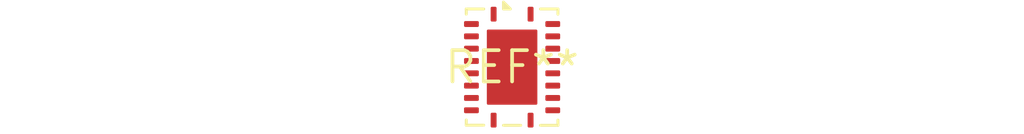
<source format=kicad_pcb>
(kicad_pcb (version 20240108) (generator pcbnew)
  (layers (0 "F.Cu" signal) (31 "B.Cu" signal) (34 "B.Paste" user) (35 "F.Paste" user) (36 "B.SilkS" user "B.Silkscreen") (37 "F.SilkS" user "F.Silkscreen") (38 "B.Mask" user) (39 "F.Mask" user) (44 "Edge.Cuts" user))
  (net 0 "")
  (footprint "Texas_RGY_R-PVQFN-N20_EP2.05x3.05mm" (layer "F.Cu") (at 0 0)
    (property "Reference" "REF**")
    (property "Value" "Texas_RGY_R-PVQFN-N20_EP2.05x3.05mm")
    (fp_line (start -1.86 -2.36) (end -1.86 -2.15) (layer "F.SilkS") (stroke (width 0.12)))
    (fp_line (start -1.86 2.355) (end -1.86 2.145) (layer "F.SilkS") (stroke (width 0.12)))
    (fp_line (start -1.15 -2.36) (end -1.86 -2.36) (layer "F.SilkS") (stroke (width 0.12)))
    (fp_line (start -1.15 2.355) (end -1.86 2.355) (layer "F.SilkS") (stroke (width 0.12)))
    (fp_line (start 0.35 2.36) (end -0.35 2.36) (layer "F.SilkS") (stroke (width 0.12)))
    (fp_line (start 1.15 -2.36) (end 1.86 -2.36) (layer "F.SilkS") (stroke (width 0.12)))
    (fp_line (start 1.15 2.36) (end 1.86 2.36) (layer "F.SilkS") (stroke (width 0.12)))
    (fp_line (start 1.86 -2.36) (end 1.86 -2.15) (layer "F.SilkS") (stroke (width 0.12)))
    (fp_line (start 1.86 2.36) (end 1.86 2.15) (layer "F.SilkS") (stroke (width 0.12)))
    (fp_poly (pts (xy -0.35 -2.36) (xy -0.35 -2.64) (xy -0.07 -2.36) (xy -0.35 -2.36)) (layer "F.SilkS") (stroke (width 0.12)) (fill solid))
    (pad "1" smd roundrect (at -0.75 -2.15 90) (size 0.6 0.24) (layers "F.Cu" "F.Paste" "F.Mask") (roundrect_rratio 0.2083333333))
    (pad "2" smd roundrect (at -1.65 -1.75) (size 0.6 0.24) (layers "F.Cu" "F.Paste" "F.Mask") (roundrect_rratio 0.2083333333))
    (pad "3" smd roundrect (at -1.65 -1.25) (size 0.6 0.24) (layers "F.Cu" "F.Paste" "F.Mask") (roundrect_rratio 0.2083333333))
    (pad "4" smd roundrect (at -1.65 -0.75) (size 0.6 0.24) (layers "F.Cu" "F.Paste" "F.Mask") (roundrect_rratio 0.2083333333))
    (pad "5" smd roundrect (at -1.65 -0.25) (size 0.6 0.24) (layers "F.Cu" "F.Paste" "F.Mask") (roundrect_rratio 0.2083333333))
    (pad "6" smd roundrect (at -1.65 0.25) (size 0.6 0.24) (layers "F.Cu" "F.Paste" "F.Mask") (roundrect_rratio 0.2083333333))
    (pad "7" smd roundrect (at -1.65 0.75) (size 0.6 0.24) (layers "F.Cu" "F.Paste" "F.Mask") (roundrect_rratio 0.2083333333))
    (pad "8" smd roundrect (at -1.65 1.25) (size 0.6 0.24) (layers "F.Cu" "F.Paste" "F.Mask") (roundrect_rratio 0.2083333333))
    (pad "9" smd roundrect (at -1.65 1.75) (size 0.6 0.24) (layers "F.Cu" "F.Paste" "F.Mask") (roundrect_rratio 0.2083333333))
    (pad "10" smd roundrect (at -0.75 2.15 90) (size 0.6 0.24) (layers "F.Cu" "F.Paste" "F.Mask") (roundrect_rratio 0.2083333333))
    (pad "11" smd roundrect (at 0.75 2.15 90) (size 0.6 0.24) (layers "F.Cu" "F.Paste" "F.Mask") (roundrect_rratio 0.2083333333))
    (pad "12" smd roundrect (at 1.65 1.75) (size 0.6 0.24) (layers "F.Cu" "F.Paste" "F.Mask") (roundrect_rratio 0.2083333333))
    (pad "13" smd roundrect (at 1.65 1.25) (size 0.6 0.24) (layers "F.Cu" "F.Paste" "F.Mask") (roundrect_rratio 0.2083333333))
    (pad "14" smd roundrect (at 1.65 0.75) (size 0.6 0.24) (layers "F.Cu" "F.Paste" "F.Mask") (roundrect_rratio 0.2083333333))
    (pad "15" smd roundrect (at 1.65 0.25) (size 0.6 0.24) (layers "F.Cu" "F.Paste" "F.Mask") (roundrect_rratio 0.2083333333))
    (pad "16" smd roundrect (at 1.65 -0.25) (size 0.6 0.24) (layers "F.Cu" "F.Paste" "F.Mask") (roundrect_rratio 0.2083333333))
    (pad "17" smd roundrect (at 1.65 -0.75) (size 0.6 0.24) (layers "F.Cu" "F.Paste" "F.Mask") (roundrect_rratio 0.2083333333))
    (pad "18" smd roundrect (at 1.65 -1.25) (size 0.6 0.24) (layers "F.Cu" "F.Paste" "F.Mask") (roundrect_rratio 0.2083333333))
    (pad "19" smd roundrect (at 1.65 -1.75) (size 0.6 0.24) (layers "F.Cu" "F.Paste" "F.Mask") (roundrect_rratio 0.2083333333))
    (pad "20" smd roundrect (at 0.75 -2.15 90) (size 0.6 0.24) (layers "F.Cu" "F.Paste" "F.Mask") (roundrect_rratio 0.2083333333))
    (pad "21" smd roundrect (at 0 0) (size 2.05 3.05) (layers "F.Cu" "F.Mask") (roundrect_rratio 0.0243902439))
  )
)
</source>
